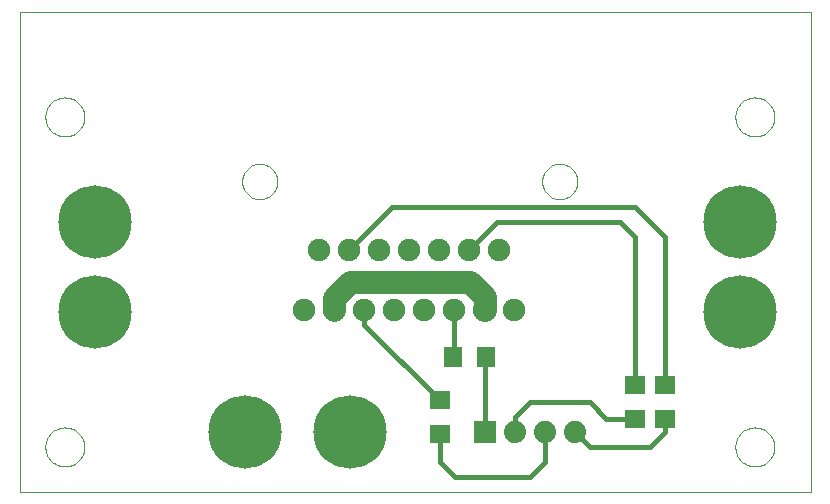
<source format=gtl>
G75*
%MOIN*%
%OFA0B0*%
%FSLAX24Y24*%
%IPPOS*%
%LPD*%
%AMOC8*
5,1,8,0,0,1.08239X$1,22.5*
%
%ADD10C,0.0000*%
%ADD11C,0.2440*%
%ADD12R,0.0740X0.0740*%
%ADD13C,0.0740*%
%ADD14C,0.0748*%
%ADD15R,0.0709X0.0630*%
%ADD16R,0.0630X0.0709*%
%ADD17C,0.0760*%
%ADD18C,0.0160*%
D10*
X000100Y000100D02*
X000100Y016096D01*
X026470Y016096D01*
X026470Y000100D01*
X000100Y000100D01*
X000950Y001600D02*
X000952Y001650D01*
X000958Y001700D01*
X000968Y001750D01*
X000981Y001798D01*
X000998Y001846D01*
X001019Y001892D01*
X001043Y001936D01*
X001071Y001978D01*
X001102Y002018D01*
X001136Y002055D01*
X001173Y002090D01*
X001212Y002121D01*
X001253Y002150D01*
X001297Y002175D01*
X001343Y002197D01*
X001390Y002215D01*
X001438Y002229D01*
X001487Y002240D01*
X001537Y002247D01*
X001587Y002250D01*
X001638Y002249D01*
X001688Y002244D01*
X001738Y002235D01*
X001786Y002223D01*
X001834Y002206D01*
X001880Y002186D01*
X001925Y002163D01*
X001968Y002136D01*
X002008Y002106D01*
X002046Y002073D01*
X002081Y002037D01*
X002114Y001998D01*
X002143Y001957D01*
X002169Y001914D01*
X002192Y001869D01*
X002211Y001822D01*
X002226Y001774D01*
X002238Y001725D01*
X002246Y001675D01*
X002250Y001625D01*
X002250Y001575D01*
X002246Y001525D01*
X002238Y001475D01*
X002226Y001426D01*
X002211Y001378D01*
X002192Y001331D01*
X002169Y001286D01*
X002143Y001243D01*
X002114Y001202D01*
X002081Y001163D01*
X002046Y001127D01*
X002008Y001094D01*
X001968Y001064D01*
X001925Y001037D01*
X001880Y001014D01*
X001834Y000994D01*
X001786Y000977D01*
X001738Y000965D01*
X001688Y000956D01*
X001638Y000951D01*
X001587Y000950D01*
X001537Y000953D01*
X001487Y000960D01*
X001438Y000971D01*
X001390Y000985D01*
X001343Y001003D01*
X001297Y001025D01*
X001253Y001050D01*
X001212Y001079D01*
X001173Y001110D01*
X001136Y001145D01*
X001102Y001182D01*
X001071Y001222D01*
X001043Y001264D01*
X001019Y001308D01*
X000998Y001354D01*
X000981Y001402D01*
X000968Y001450D01*
X000958Y001500D01*
X000952Y001550D01*
X000950Y001600D01*
X007510Y010450D02*
X007512Y010498D01*
X007518Y010546D01*
X007528Y010593D01*
X007541Y010639D01*
X007558Y010684D01*
X007579Y010727D01*
X007604Y010769D01*
X007631Y010808D01*
X007662Y010845D01*
X007696Y010880D01*
X007732Y010911D01*
X007771Y010940D01*
X007812Y010965D01*
X007855Y010987D01*
X007899Y011005D01*
X007945Y011019D01*
X007992Y011030D01*
X008040Y011037D01*
X008088Y011040D01*
X008136Y011039D01*
X008184Y011034D01*
X008231Y011025D01*
X008278Y011013D01*
X008323Y010996D01*
X008367Y010976D01*
X008409Y010953D01*
X008449Y010926D01*
X008486Y010896D01*
X008521Y010863D01*
X008554Y010827D01*
X008583Y010789D01*
X008609Y010748D01*
X008632Y010706D01*
X008651Y010662D01*
X008666Y010616D01*
X008678Y010570D01*
X008686Y010522D01*
X008690Y010474D01*
X008690Y010426D01*
X008686Y010378D01*
X008678Y010330D01*
X008666Y010284D01*
X008651Y010238D01*
X008632Y010194D01*
X008609Y010152D01*
X008583Y010111D01*
X008554Y010073D01*
X008521Y010037D01*
X008486Y010004D01*
X008449Y009974D01*
X008409Y009947D01*
X008367Y009924D01*
X008323Y009904D01*
X008278Y009887D01*
X008231Y009875D01*
X008184Y009866D01*
X008136Y009861D01*
X008088Y009860D01*
X008040Y009863D01*
X007992Y009870D01*
X007945Y009881D01*
X007899Y009895D01*
X007855Y009913D01*
X007812Y009935D01*
X007771Y009960D01*
X007732Y009989D01*
X007696Y010020D01*
X007662Y010055D01*
X007631Y010092D01*
X007604Y010131D01*
X007579Y010173D01*
X007558Y010216D01*
X007541Y010261D01*
X007528Y010307D01*
X007518Y010354D01*
X007512Y010402D01*
X007510Y010450D01*
X000950Y012600D02*
X000952Y012650D01*
X000958Y012700D01*
X000968Y012750D01*
X000981Y012798D01*
X000998Y012846D01*
X001019Y012892D01*
X001043Y012936D01*
X001071Y012978D01*
X001102Y013018D01*
X001136Y013055D01*
X001173Y013090D01*
X001212Y013121D01*
X001253Y013150D01*
X001297Y013175D01*
X001343Y013197D01*
X001390Y013215D01*
X001438Y013229D01*
X001487Y013240D01*
X001537Y013247D01*
X001587Y013250D01*
X001638Y013249D01*
X001688Y013244D01*
X001738Y013235D01*
X001786Y013223D01*
X001834Y013206D01*
X001880Y013186D01*
X001925Y013163D01*
X001968Y013136D01*
X002008Y013106D01*
X002046Y013073D01*
X002081Y013037D01*
X002114Y012998D01*
X002143Y012957D01*
X002169Y012914D01*
X002192Y012869D01*
X002211Y012822D01*
X002226Y012774D01*
X002238Y012725D01*
X002246Y012675D01*
X002250Y012625D01*
X002250Y012575D01*
X002246Y012525D01*
X002238Y012475D01*
X002226Y012426D01*
X002211Y012378D01*
X002192Y012331D01*
X002169Y012286D01*
X002143Y012243D01*
X002114Y012202D01*
X002081Y012163D01*
X002046Y012127D01*
X002008Y012094D01*
X001968Y012064D01*
X001925Y012037D01*
X001880Y012014D01*
X001834Y011994D01*
X001786Y011977D01*
X001738Y011965D01*
X001688Y011956D01*
X001638Y011951D01*
X001587Y011950D01*
X001537Y011953D01*
X001487Y011960D01*
X001438Y011971D01*
X001390Y011985D01*
X001343Y012003D01*
X001297Y012025D01*
X001253Y012050D01*
X001212Y012079D01*
X001173Y012110D01*
X001136Y012145D01*
X001102Y012182D01*
X001071Y012222D01*
X001043Y012264D01*
X001019Y012308D01*
X000998Y012354D01*
X000981Y012402D01*
X000968Y012450D01*
X000958Y012500D01*
X000952Y012550D01*
X000950Y012600D01*
X017510Y010450D02*
X017512Y010498D01*
X017518Y010546D01*
X017528Y010593D01*
X017541Y010639D01*
X017558Y010684D01*
X017579Y010727D01*
X017604Y010769D01*
X017631Y010808D01*
X017662Y010845D01*
X017696Y010880D01*
X017732Y010911D01*
X017771Y010940D01*
X017812Y010965D01*
X017855Y010987D01*
X017899Y011005D01*
X017945Y011019D01*
X017992Y011030D01*
X018040Y011037D01*
X018088Y011040D01*
X018136Y011039D01*
X018184Y011034D01*
X018231Y011025D01*
X018278Y011013D01*
X018323Y010996D01*
X018367Y010976D01*
X018409Y010953D01*
X018449Y010926D01*
X018486Y010896D01*
X018521Y010863D01*
X018554Y010827D01*
X018583Y010789D01*
X018609Y010748D01*
X018632Y010706D01*
X018651Y010662D01*
X018666Y010616D01*
X018678Y010570D01*
X018686Y010522D01*
X018690Y010474D01*
X018690Y010426D01*
X018686Y010378D01*
X018678Y010330D01*
X018666Y010284D01*
X018651Y010238D01*
X018632Y010194D01*
X018609Y010152D01*
X018583Y010111D01*
X018554Y010073D01*
X018521Y010037D01*
X018486Y010004D01*
X018449Y009974D01*
X018409Y009947D01*
X018367Y009924D01*
X018323Y009904D01*
X018278Y009887D01*
X018231Y009875D01*
X018184Y009866D01*
X018136Y009861D01*
X018088Y009860D01*
X018040Y009863D01*
X017992Y009870D01*
X017945Y009881D01*
X017899Y009895D01*
X017855Y009913D01*
X017812Y009935D01*
X017771Y009960D01*
X017732Y009989D01*
X017696Y010020D01*
X017662Y010055D01*
X017631Y010092D01*
X017604Y010131D01*
X017579Y010173D01*
X017558Y010216D01*
X017541Y010261D01*
X017528Y010307D01*
X017518Y010354D01*
X017512Y010402D01*
X017510Y010450D01*
X023950Y012600D02*
X023952Y012650D01*
X023958Y012700D01*
X023968Y012750D01*
X023981Y012798D01*
X023998Y012846D01*
X024019Y012892D01*
X024043Y012936D01*
X024071Y012978D01*
X024102Y013018D01*
X024136Y013055D01*
X024173Y013090D01*
X024212Y013121D01*
X024253Y013150D01*
X024297Y013175D01*
X024343Y013197D01*
X024390Y013215D01*
X024438Y013229D01*
X024487Y013240D01*
X024537Y013247D01*
X024587Y013250D01*
X024638Y013249D01*
X024688Y013244D01*
X024738Y013235D01*
X024786Y013223D01*
X024834Y013206D01*
X024880Y013186D01*
X024925Y013163D01*
X024968Y013136D01*
X025008Y013106D01*
X025046Y013073D01*
X025081Y013037D01*
X025114Y012998D01*
X025143Y012957D01*
X025169Y012914D01*
X025192Y012869D01*
X025211Y012822D01*
X025226Y012774D01*
X025238Y012725D01*
X025246Y012675D01*
X025250Y012625D01*
X025250Y012575D01*
X025246Y012525D01*
X025238Y012475D01*
X025226Y012426D01*
X025211Y012378D01*
X025192Y012331D01*
X025169Y012286D01*
X025143Y012243D01*
X025114Y012202D01*
X025081Y012163D01*
X025046Y012127D01*
X025008Y012094D01*
X024968Y012064D01*
X024925Y012037D01*
X024880Y012014D01*
X024834Y011994D01*
X024786Y011977D01*
X024738Y011965D01*
X024688Y011956D01*
X024638Y011951D01*
X024587Y011950D01*
X024537Y011953D01*
X024487Y011960D01*
X024438Y011971D01*
X024390Y011985D01*
X024343Y012003D01*
X024297Y012025D01*
X024253Y012050D01*
X024212Y012079D01*
X024173Y012110D01*
X024136Y012145D01*
X024102Y012182D01*
X024071Y012222D01*
X024043Y012264D01*
X024019Y012308D01*
X023998Y012354D01*
X023981Y012402D01*
X023968Y012450D01*
X023958Y012500D01*
X023952Y012550D01*
X023950Y012600D01*
X023950Y001600D02*
X023952Y001650D01*
X023958Y001700D01*
X023968Y001750D01*
X023981Y001798D01*
X023998Y001846D01*
X024019Y001892D01*
X024043Y001936D01*
X024071Y001978D01*
X024102Y002018D01*
X024136Y002055D01*
X024173Y002090D01*
X024212Y002121D01*
X024253Y002150D01*
X024297Y002175D01*
X024343Y002197D01*
X024390Y002215D01*
X024438Y002229D01*
X024487Y002240D01*
X024537Y002247D01*
X024587Y002250D01*
X024638Y002249D01*
X024688Y002244D01*
X024738Y002235D01*
X024786Y002223D01*
X024834Y002206D01*
X024880Y002186D01*
X024925Y002163D01*
X024968Y002136D01*
X025008Y002106D01*
X025046Y002073D01*
X025081Y002037D01*
X025114Y001998D01*
X025143Y001957D01*
X025169Y001914D01*
X025192Y001869D01*
X025211Y001822D01*
X025226Y001774D01*
X025238Y001725D01*
X025246Y001675D01*
X025250Y001625D01*
X025250Y001575D01*
X025246Y001525D01*
X025238Y001475D01*
X025226Y001426D01*
X025211Y001378D01*
X025192Y001331D01*
X025169Y001286D01*
X025143Y001243D01*
X025114Y001202D01*
X025081Y001163D01*
X025046Y001127D01*
X025008Y001094D01*
X024968Y001064D01*
X024925Y001037D01*
X024880Y001014D01*
X024834Y000994D01*
X024786Y000977D01*
X024738Y000965D01*
X024688Y000956D01*
X024638Y000951D01*
X024587Y000950D01*
X024537Y000953D01*
X024487Y000960D01*
X024438Y000971D01*
X024390Y000985D01*
X024343Y001003D01*
X024297Y001025D01*
X024253Y001050D01*
X024212Y001079D01*
X024173Y001110D01*
X024136Y001145D01*
X024102Y001182D01*
X024071Y001222D01*
X024043Y001264D01*
X024019Y001308D01*
X023998Y001354D01*
X023981Y001402D01*
X023968Y001450D01*
X023958Y001500D01*
X023952Y001550D01*
X023950Y001600D01*
D11*
X024100Y006100D03*
X024100Y009100D03*
X011100Y002100D03*
X007600Y002100D03*
X002600Y006100D03*
X002600Y009100D03*
D12*
X015600Y002100D03*
D13*
X016600Y002100D03*
X017600Y002100D03*
X018600Y002100D03*
D14*
X016576Y006159D03*
X015576Y006159D03*
X014576Y006159D03*
X013576Y006159D03*
X012576Y006159D03*
X011576Y006159D03*
X010576Y006159D03*
X009576Y006159D03*
X010076Y008159D03*
X011076Y008159D03*
X012076Y008159D03*
X013076Y008159D03*
X014076Y008159D03*
X015076Y008159D03*
X016076Y008159D03*
D15*
X020600Y003651D03*
X021600Y003651D03*
X021600Y002549D03*
X020600Y002549D03*
X014100Y002049D03*
X014100Y003151D03*
D16*
X014549Y004600D03*
X015651Y004600D03*
D17*
X015576Y006159D02*
X015600Y006183D01*
X015600Y006600D01*
X015100Y007100D01*
X011100Y007100D01*
X010576Y006576D01*
X010576Y006159D01*
D18*
X011576Y006159D02*
X011576Y005675D01*
X014100Y003151D01*
X014100Y002049D02*
X014100Y001100D01*
X014600Y000600D01*
X017100Y000600D01*
X017600Y001100D01*
X017600Y002100D01*
X016600Y002100D02*
X016600Y002600D01*
X017100Y003100D01*
X019100Y003100D01*
X019651Y002549D01*
X020600Y002549D01*
X021600Y002549D02*
X021600Y002100D01*
X021100Y001600D01*
X019100Y001600D01*
X018600Y002100D01*
X020600Y003651D02*
X020600Y008600D01*
X020100Y009100D01*
X016017Y009100D01*
X015076Y008159D01*
X012517Y009600D02*
X011076Y008159D01*
X012517Y009600D02*
X020600Y009600D01*
X021600Y008600D01*
X021600Y003651D01*
X015651Y004600D02*
X015600Y004549D01*
X015600Y002100D01*
X014549Y004600D02*
X014576Y004628D01*
X014576Y006159D01*
M02*

</source>
